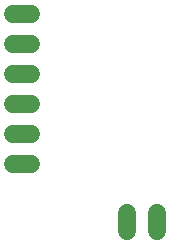
<source format=gtl>
G04 EAGLE Gerber RS-274X export*
G75*
%MOMM*%
%FSLAX34Y34*%
%LPD*%
%INTop Copper*%
%IPPOS*%
%AMOC8*
5,1,8,0,0,1.08239X$1,22.5*%
G01*
G04 Define Apertures*
%ADD10C,1.524000*%
D10*
X36020Y77800D02*
X20780Y77800D01*
X20780Y103200D02*
X36020Y103200D01*
X36020Y128600D02*
X20780Y128600D01*
X20780Y154000D02*
X36020Y154000D01*
X36020Y179400D02*
X20780Y179400D01*
X20780Y204800D02*
X36020Y204800D01*
X142700Y36620D02*
X142700Y21380D01*
X117300Y21380D02*
X117300Y36620D01*
M02*

</source>
